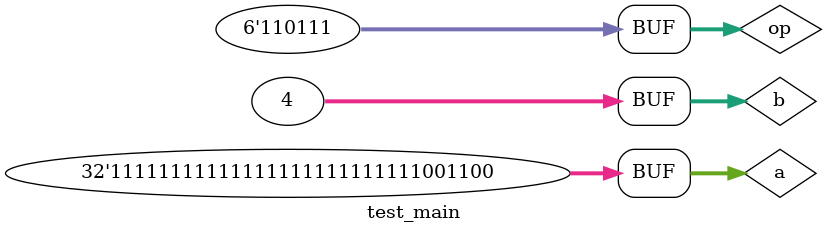
<source format=v>
`timescale 1ns / 1ps


module test_main;

	// Inputs
	reg [31:0] a;
	reg [31:0] b;
	reg [5:0] op;

	// Outputs
	wire [31:0] out;

	// Instantiate the Unit Under Test (UUT)
	Main uut (
		.a(a), 
		.b(b), 
		.op(op), 
		.out(out)
	);

	initial begin
		// Initialize Inputs
		a = 0;
		b = 0;
		op = 0;

		#100;
        
		// Add stimulus here
		
		
		a = 234;
		b = 11;
		op = 6'b000000;

		#100;
		
		op = 6'b001000;

		#100;
		
		
		a = -234;
		b = -111;
		op = 6'b011001;

		#100;
		
		a = 8'b11001101;
		b = 4;
		op = 6'b110001;

		#100;
		
		a = -52;
		b = 4;
		op = 6'b110111;

		#100;
		
		
		

	end
      
endmodule


</source>
